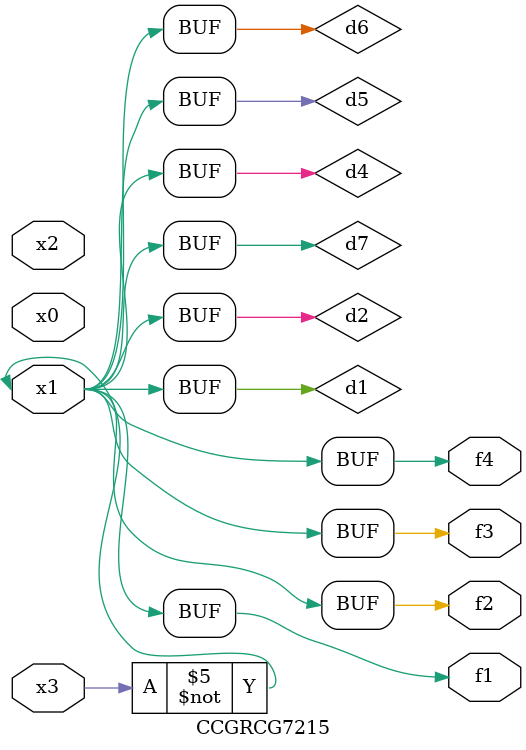
<source format=v>
module CCGRCG7215(
	input x0, x1, x2, x3,
	output f1, f2, f3, f4
);

	wire d1, d2, d3, d4, d5, d6, d7;

	not (d1, x3);
	buf (d2, x1);
	xnor (d3, d1, d2);
	nor (d4, d1);
	buf (d5, d1, d2);
	buf (d6, d4, d5);
	nand (d7, d4);
	assign f1 = d6;
	assign f2 = d7;
	assign f3 = d6;
	assign f4 = d6;
endmodule

</source>
